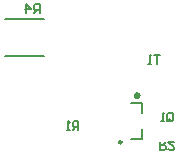
<source format=gbo>
G04 Layer_Color=32896*
%FSLAX25Y25*%
%MOIN*%
G70*
G01*
G75*
%ADD29C,0.00984*%
%ADD31C,0.00787*%
%ADD32C,0.00591*%
%ADD49C,0.02362*%
D29*
X17126Y-16535D02*
G03*
X17126Y-16535I-492J0D01*
G01*
D31*
X23819Y-6693D02*
Y-3543D01*
X20276D02*
X23819D01*
Y-15354D02*
Y-12205D01*
X20276Y-15354D02*
X23819D01*
X-21657Y12210D02*
X-8665D01*
X-21657Y24612D02*
X-8665D01*
D32*
X29881Y12557D02*
X27913D01*
X28897D01*
Y9606D01*
X26929D02*
X25945D01*
X26437D01*
Y12557D01*
X26929Y12065D01*
X32284Y-9154D02*
Y-7186D01*
X32776Y-6694D01*
X33760D01*
X34252Y-7186D01*
Y-9154D01*
X33760Y-9646D01*
X32776D01*
X33268Y-8662D02*
X32284Y-9646D01*
X32776D02*
X32284Y-9154D01*
X31300Y-9646D02*
X30316D01*
X30808D01*
Y-6694D01*
X31300Y-7186D01*
X2657Y-12598D02*
Y-9647D01*
X1182D01*
X690Y-10139D01*
Y-11123D01*
X1182Y-11614D01*
X2657D01*
X1674D02*
X690Y-12598D01*
X-294D02*
X-1278D01*
X-786D01*
Y-9647D01*
X-294Y-10139D01*
X29724Y-16339D02*
Y-19290D01*
X31200D01*
X31692Y-18798D01*
Y-17815D01*
X31200Y-17323D01*
X29724D01*
X30708D02*
X31692Y-16339D01*
X34644D02*
X32676D01*
X34644Y-18306D01*
Y-18798D01*
X34152Y-19290D01*
X33168D01*
X32676Y-18798D01*
X-10236Y26476D02*
Y29428D01*
X-11712D01*
X-12204Y28936D01*
Y27952D01*
X-11712Y27460D01*
X-10236D01*
X-11220D02*
X-12204Y26476D01*
X-14664D02*
Y29428D01*
X-13188Y27952D01*
X-15156D01*
D49*
X22244Y-1063D02*
G03*
X22244Y-1063I-39J0D01*
G01*
M02*

</source>
